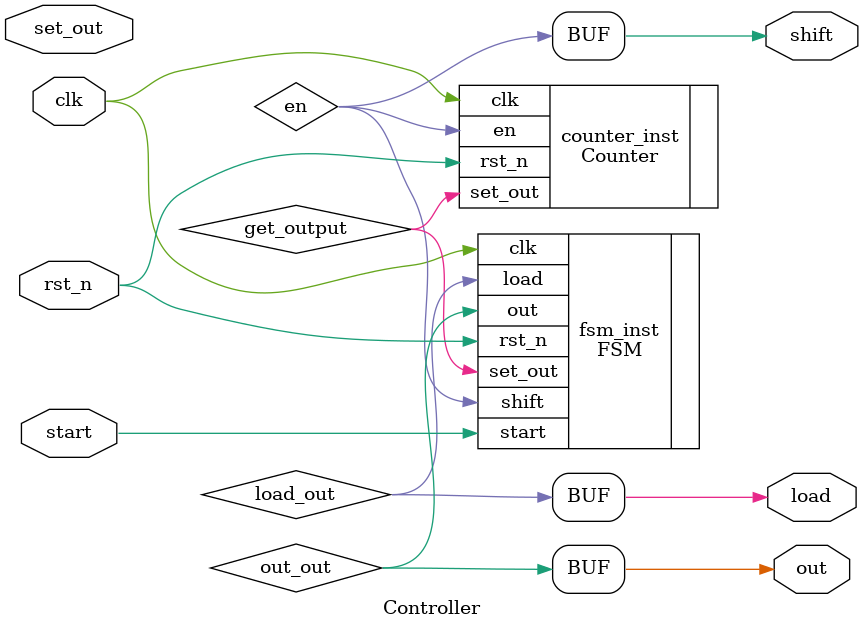
<source format=sv>
`include "FSM.sv"
`include "Counter.sv"

module Controller(
  input wire clk,
  input wire start,
  input wire rst_n,
  input wire set_out,
  
  output reg load,
  output reg shift,
  output reg out
);

  wire en;
  wire get_output;
  reg load_out;
  reg out_out;
  FSM fsm_inst (
    .clk(clk),
    .start(start),
    .rst_n(rst_n),
    .set_out(get_output),
    
    .load(load_out),
    .shift(en),
    .out(out_out)
  );

  Counter counter_inst (
    .clk(clk),
    .rst_n(rst_n),
    .en(en),
    .set_out(get_output)
  );
  assign load=load_out;
  assign shift=en;
  assign out=out_out;

endmodule

</source>
